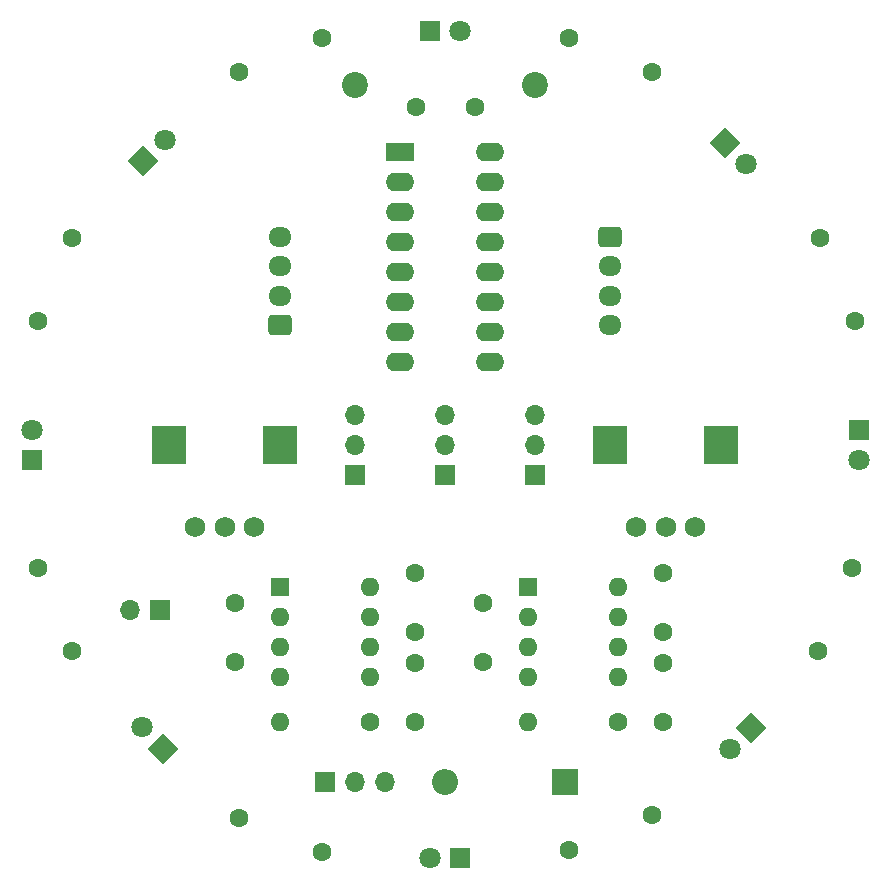
<source format=gts>
G04 #@! TF.GenerationSoftware,KiCad,Pcbnew,7.0.9*
G04 #@! TF.CreationDate,2023-12-01T15:39:21+01:00*
G04 #@! TF.ProjectId,christmas,63687269-7374-46d6-9173-2e6b69636164,rev?*
G04 #@! TF.SameCoordinates,Original*
G04 #@! TF.FileFunction,Soldermask,Top*
G04 #@! TF.FilePolarity,Negative*
%FSLAX46Y46*%
G04 Gerber Fmt 4.6, Leading zero omitted, Abs format (unit mm)*
G04 Created by KiCad (PCBNEW 7.0.9) date 2023-12-01 15:39:21*
%MOMM*%
%LPD*%
G01*
G04 APERTURE LIST*
G04 Aperture macros list*
%AMRoundRect*
0 Rectangle with rounded corners*
0 $1 Rounding radius*
0 $2 $3 $4 $5 $6 $7 $8 $9 X,Y pos of 4 corners*
0 Add a 4 corners polygon primitive as box body*
4,1,4,$2,$3,$4,$5,$6,$7,$8,$9,$2,$3,0*
0 Add four circle primitives for the rounded corners*
1,1,$1+$1,$2,$3*
1,1,$1+$1,$4,$5*
1,1,$1+$1,$6,$7*
1,1,$1+$1,$8,$9*
0 Add four rect primitives between the rounded corners*
20,1,$1+$1,$2,$3,$4,$5,0*
20,1,$1+$1,$4,$5,$6,$7,0*
20,1,$1+$1,$6,$7,$8,$9,0*
20,1,$1+$1,$8,$9,$2,$3,0*%
%AMHorizOval*
0 Thick line with rounded ends*
0 $1 width*
0 $2 $3 position (X,Y) of the first rounded end (center of the circle)*
0 $4 $5 position (X,Y) of the second rounded end (center of the circle)*
0 Add line between two ends*
20,1,$1,$2,$3,$4,$5,0*
0 Add two circle primitives to create the rounded ends*
1,1,$1,$2,$3*
1,1,$1,$4,$5*%
%AMRotRect*
0 Rectangle, with rotation*
0 The origin of the aperture is its center*
0 $1 length*
0 $2 width*
0 $3 Rotation angle, in degrees counterclockwise*
0 Add horizontal line*
21,1,$1,$2,0,0,$3*%
G04 Aperture macros list end*
%ADD10R,2.200000X2.200000*%
%ADD11O,2.200000X2.200000*%
%ADD12R,1.800000X1.800000*%
%ADD13C,1.800000*%
%ADD14R,2.400000X1.600000*%
%ADD15O,2.400000X1.600000*%
%ADD16C,1.600000*%
%ADD17O,1.600000X1.600000*%
%ADD18HorizOval,1.600000X0.000000X0.000000X0.000000X0.000000X0*%
%ADD19HorizOval,1.600000X0.000000X0.000000X0.000000X0.000000X0*%
%ADD20HorizOval,1.600000X0.000000X0.000000X0.000000X0.000000X0*%
%ADD21HorizOval,1.600000X0.000000X0.000000X0.000000X0.000000X0*%
%ADD22C,2.200000*%
%ADD23HorizOval,1.600000X0.000000X0.000000X0.000000X0.000000X0*%
%ADD24HorizOval,1.600000X0.000000X0.000000X0.000000X0.000000X0*%
%ADD25R,1.700000X1.700000*%
%ADD26O,1.700000X1.700000*%
%ADD27R,3.000000X3.200000*%
%ADD28C,1.750000*%
%ADD29RotRect,1.800000X1.800000X315.000000*%
%ADD30HorizOval,1.600000X0.000000X0.000000X0.000000X0.000000X0*%
%ADD31RotRect,1.800000X1.800000X135.000000*%
%ADD32R,1.600000X1.600000*%
%ADD33RotRect,1.800000X1.800000X225.000000*%
%ADD34RotRect,1.800000X1.800000X45.000000*%
%ADD35HorizOval,1.600000X0.000000X0.000000X0.000000X0.000000X0*%
%ADD36RoundRect,0.250000X0.725000X-0.600000X0.725000X0.600000X-0.725000X0.600000X-0.725000X-0.600000X0*%
%ADD37O,1.950000X1.700000*%
%ADD38RoundRect,0.250000X-0.725000X0.600000X-0.725000X-0.600000X0.725000X-0.600000X0.725000X0.600000X0*%
G04 APERTURE END LIST*
D10*
X162560000Y-130175000D03*
D11*
X152400000Y-130175000D03*
D12*
X187400000Y-100330000D03*
D13*
X187400000Y-102870000D03*
D14*
X148590000Y-76835000D03*
D15*
X148590000Y-79375000D03*
X148590000Y-81915000D03*
X148590000Y-84455000D03*
X148590000Y-86995000D03*
X148590000Y-89535000D03*
X148590000Y-92075000D03*
X148590000Y-94615000D03*
X156210000Y-94615000D03*
X156210000Y-92075000D03*
X156210000Y-89535000D03*
X156210000Y-86995000D03*
X156210000Y-84455000D03*
X156210000Y-81915000D03*
X156210000Y-79375000D03*
X156210000Y-76835000D03*
D16*
X146050000Y-125095000D03*
D17*
X138430000Y-125095000D03*
D16*
X162850019Y-135890000D03*
D18*
X169889981Y-132973952D03*
D16*
X134620000Y-114975000D03*
X134620000Y-119975000D03*
X169889981Y-70038024D03*
D19*
X162850019Y-67121976D03*
D16*
X187066048Y-91149981D03*
D20*
X184150000Y-84110019D03*
D16*
X170815000Y-117435000D03*
X170815000Y-112435000D03*
D12*
X153670000Y-136600000D03*
D13*
X151130000Y-136600000D03*
D16*
X183961976Y-119089981D03*
D21*
X186878024Y-112050019D03*
D22*
X144780000Y-71120000D03*
D12*
X151130000Y-66600000D03*
D13*
X153670000Y-66600000D03*
D16*
X167005000Y-125095000D03*
D17*
X159385000Y-125095000D03*
D16*
X120838024Y-84110019D03*
D23*
X117921976Y-91149981D03*
D22*
X160020000Y-71120000D03*
D16*
X134910019Y-133161976D03*
D24*
X141949981Y-136078024D03*
D25*
X142240000Y-130175000D03*
D26*
X144780000Y-130175000D03*
X147320000Y-130175000D03*
D27*
X129030000Y-101585000D03*
X138430000Y-101585000D03*
D28*
X131230000Y-108585000D03*
X133730000Y-108585000D03*
X136230000Y-108585000D03*
D25*
X144780000Y-104140000D03*
D26*
X144780000Y-101600000D03*
X144780000Y-99060000D03*
D29*
X176094226Y-76048725D03*
D13*
X177890277Y-77844776D03*
D12*
X117400000Y-102870000D03*
D13*
X117400000Y-100330000D03*
D16*
X117921976Y-112050019D03*
D30*
X120838024Y-119089981D03*
D16*
X149945000Y-73040000D03*
X154945000Y-73040000D03*
X149860000Y-117435000D03*
X149860000Y-112435000D03*
D31*
X128508459Y-127316872D03*
D13*
X126712408Y-125520821D03*
D32*
X138440000Y-113675000D03*
D17*
X138440000Y-116215000D03*
X138440000Y-118755000D03*
X138440000Y-121295000D03*
X146060000Y-121295000D03*
X146060000Y-118755000D03*
X146060000Y-116215000D03*
X146060000Y-113675000D03*
D33*
X178296526Y-125601598D03*
D13*
X176500475Y-127397649D03*
D25*
X160020000Y-104140000D03*
D26*
X160020000Y-101600000D03*
X160020000Y-99060000D03*
D34*
X126838324Y-77573943D03*
D13*
X128634375Y-75777892D03*
D32*
X159395000Y-113675000D03*
D17*
X159395000Y-116215000D03*
X159395000Y-118755000D03*
X159395000Y-121295000D03*
X167015000Y-121295000D03*
X167015000Y-118755000D03*
X167015000Y-116215000D03*
X167015000Y-113675000D03*
D25*
X152400000Y-104140000D03*
D26*
X152400000Y-101600000D03*
X152400000Y-99060000D03*
D16*
X141949981Y-67121976D03*
D35*
X134910019Y-70038024D03*
D16*
X149860000Y-125055000D03*
X149860000Y-120055000D03*
X155575000Y-114975000D03*
X155575000Y-119975000D03*
X170815000Y-125055000D03*
X170815000Y-120055000D03*
D27*
X166370000Y-101600000D03*
X175770000Y-101600000D03*
D28*
X168570000Y-108600000D03*
X171070000Y-108600000D03*
X173570000Y-108600000D03*
D36*
X138430000Y-91480000D03*
D37*
X138430000Y-88980000D03*
X138430000Y-86480000D03*
X138430000Y-83980000D03*
D38*
X166370000Y-83980000D03*
D37*
X166370000Y-86480000D03*
X166370000Y-88980000D03*
X166370000Y-91480000D03*
D25*
X128270000Y-115570000D03*
D26*
X125730000Y-115570000D03*
M02*

</source>
